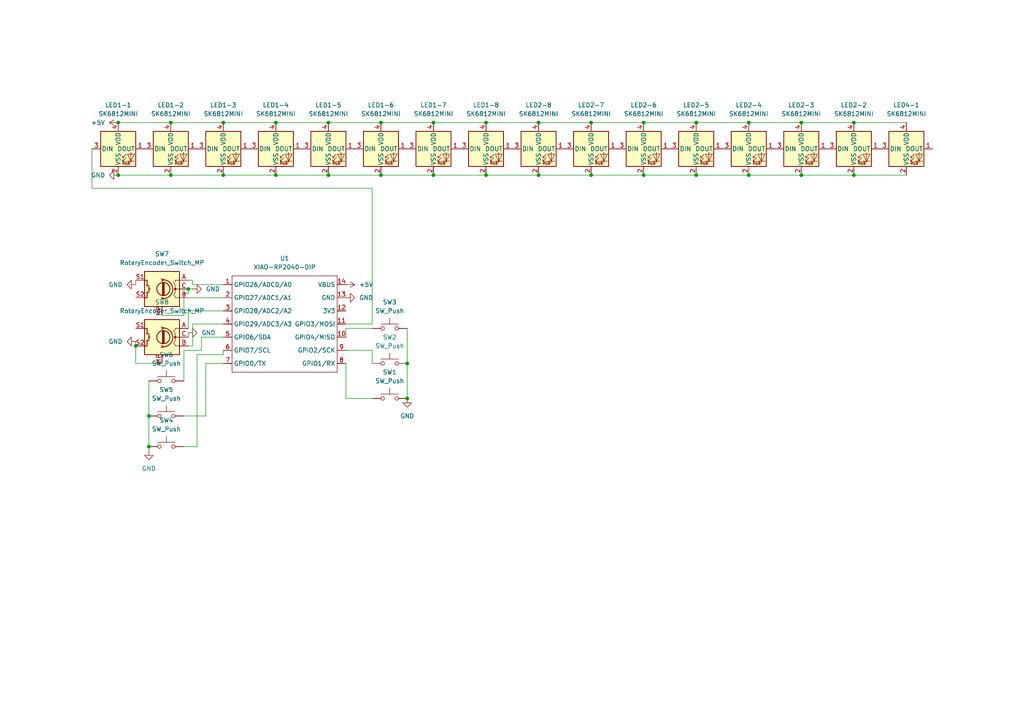
<source format=kicad_sch>
(kicad_sch (version 20250114) (generator "eeschema") (generator_version "9.0")
  (paper "A4")
  (lib_symbols
    (symbol "Device:RotaryEncoder_Switch_MP" (pin_names (offset 0.254) (hide yes))
      (property "Reference" "SW" (at 0 8.89 0))
      (property "Value" "RotaryEncoder_Switch_MP" (at 0 6.35 0))
      (symbol "RotaryEncoder_Switch_MP_0_1"
        (rectangle (start -5.08 5.08) (end 5.08 -5.08) (stroke (width 0.254)) (fill (type background)))
        (polyline (pts (xy -5.08 2.54) (xy -3.81 2.54) (xy -3.81 2.032)))
        (polyline (pts (xy -5.08 0) (xy -3.81 0) (xy -3.81 -1.016) (xy -3.302 -2.032)))
        (polyline (pts (xy -5.08 -2.54) (xy -3.81 -2.54) (xy -3.81 -2.032)))
        (polyline (pts (xy -4.318 0) (xy -3.81 0) (xy -3.81 1.016) (xy -3.302 2.032)))
        (circle (center -3.81 0) (radius 0.254) (fill (type outline)))
        (polyline (pts (xy -0.635 -1.778) (xy -0.635 1.778)) (stroke (width 0.254)))
        (circle (center -0.381 0) (radius 1.905) (stroke (width 0.254)))
        (polyline (pts (xy -0.381 -1.778) (xy -0.381 1.778)) (stroke (width 0.254)))
        (arc (start -0.381 -2.794) (mid -3.0988 -0.0635) (end -0.381 2.667) (stroke (width 0.254)))
        (polyline (pts (xy -0.127 1.778) (xy -0.127 -1.778)) (stroke (width 0.254)))
        (polyline (pts (xy 0.254 2.921) (xy -0.508 2.667) (xy 0.127 2.286)) (stroke (width 0.254)))
        (polyline (pts (xy 0.254 -3.048) (xy -0.508 -2.794) (xy 0.127 -2.413)) (stroke (width 0.254)))
        (polyline (pts (xy 3.81 1.016) (xy 3.81 -1.016)) (stroke (width 0.254)))
        (polyline (pts (xy 3.81 0) (xy 3.429 0)) (stroke (width 0.254)))
        (circle (center 4.318 1.016) (radius 0.127) (stroke (width 0.254)))
        (circle (center 4.318 -1.016) (radius 0.127) (stroke (width 0.254)))
        (polyline (pts (xy 5.08 2.54) (xy 4.318 2.54) (xy 4.318 1.016)) (stroke (width 0.254)))
        (polyline (pts (xy 5.08 -2.54) (xy 4.318 -2.54) (xy 4.318 -1.016)) (stroke (width 0.254)))
      )
      (symbol "RotaryEncoder_Switch_MP_1_1"
        (pin passive line (at -7.62 2.54 0) (length 2.54) (name "A") (number "A"))
        (pin passive line (at -7.62 0 0) (length 2.54) (name "C") (number "C"))
        (pin passive line (at -7.62 -2.54 0) (length 2.54) (name "B") (number "B"))
        (pin passive line (at 0 -7.62 90) (length 2.54) (name "MP") (number "MP"))
        (pin passive line (at 7.62 2.54 180) (length 2.54) (name "S1") (number "S1"))
        (pin passive line (at 7.62 -2.54 180) (length 2.54) (name "S2") (number "S2"))
      )
    )
    (symbol "LED:SK6812MINI" (pin_names (offset 0.254))
      (property "Reference" "D" (at 5.08 5.715 0))
      (property "Value" "SK6812MINI" (at 1.27 -5.715 0))
      (symbol "SK6812MINI_0_0"
        (text "RGB" (at 2.286 -4.191 0) (effects (font (size 0.762 0.762))))
      )
      (symbol "SK6812MINI_0_1"
        (polyline (pts (xy 1.27 -2.54) (xy 1.778 -2.54)))
        (polyline (pts (xy 1.27 -3.556) (xy 1.778 -3.556)))
        (polyline (pts (xy 2.286 -1.524) (xy 1.27 -2.54) (xy 1.27 -2.032)))
        (polyline (pts (xy 2.286 -2.54) (xy 1.27 -3.556) (xy 1.27 -3.048)))
        (polyline (pts (xy 3.683 -1.016) (xy 3.683 -3.556) (xy 3.683 -4.064)))
        (polyline (pts (xy 4.699 -1.524) (xy 2.667 -1.524) (xy 3.683 -3.556) (xy 4.699 -1.524)))
        (polyline (pts (xy 4.699 -3.556) (xy 2.667 -3.556)))
        (rectangle (start 5.08 5.08) (end -5.08 -5.08) (stroke (width 0.254)) (fill (type background)))
      )
      (symbol "SK6812MINI_1_1"
        (pin input line (at -7.62 0 0) (length 2.54) (name "DIN") (number "3"))
        (pin power_in line (at 0 7.62 270) (length 2.54) (name "VDD") (number "4"))
        (pin power_in line (at 0 -7.62 90) (length 2.54) (name "VSS") (number "2"))
        (pin output line (at 7.62 0 180) (length 2.54) (name "DOUT") (number "1"))
      )
    )
    (symbol "Seeed_Studio_XIAO_Series:XIAO-RP2040-DIP"
      (property "Reference" "U" (at 0 0 0))
      (property "Value" "XIAO-RP2040-DIP" (at 5.334 -1.778 0))
      (symbol "XIAO-RP2040-DIP_1_0"
        (polyline (pts (xy -1.27 -2.54) (xy 29.21 -2.54)) (stroke (width 0.1524)))
        (polyline (pts (xy -1.27 -5.08) (xy -2.54 -5.08)) (stroke (width 0.1524)))
        (polyline (pts (xy -1.27 -5.08) (xy -1.27 -2.54)) (stroke (width 0.1524)))
        (polyline (pts (xy -1.27 -8.89) (xy -2.54 -8.89)) (stroke (width 0.1524)))
        (polyline (pts (xy -1.27 -8.89) (xy -1.27 -5.08)) (stroke (width 0.1524)))
        (polyline (pts (xy -1.27 -12.7) (xy -2.54 -12.7)) (stroke (width 0.1524)))
        (polyline (pts (xy -1.27 -12.7) (xy -1.27 -8.89)) (stroke (width 0.1524)))
        (polyline (pts (xy -1.27 -16.51) (xy -2.54 -16.51)) (stroke (width 0.1524)))
        (polyline (pts (xy -1.27 -16.51) (xy -1.27 -12.7)) (stroke (width 0.1524)))
        (polyline (pts (xy -1.27 -20.32) (xy -2.54 -20.32)) (stroke (width 0.1524)))
        (polyline (pts (xy -1.27 -24.13) (xy -2.54 -24.13)) (stroke (width 0.1524)))
        (polyline (pts (xy -1.27 -27.94) (xy -2.54 -27.94)) (stroke (width 0.1524)))
        (polyline (pts (xy -1.27 -30.48) (xy -1.27 -16.51)) (stroke (width 0.1524)))
        (polyline (pts (xy 29.21 -2.54) (xy 29.21 -5.08)) (stroke (width 0.1524)))
        (polyline (pts (xy 29.21 -5.08) (xy 29.21 -8.89)) (stroke (width 0.1524)))
        (polyline (pts (xy 29.21 -8.89) (xy 29.21 -12.7)) (stroke (width 0.1524)))
        (polyline (pts (xy 29.21 -12.7) (xy 29.21 -30.48)) (stroke (width 0.1524)))
        (polyline (pts (xy 29.21 -30.48) (xy -1.27 -30.48)) (stroke (width 0.1524)))
        (polyline (pts (xy 30.48 -5.08) (xy 29.21 -5.08)) (stroke (width 0.1524)))
        (polyline (pts (xy 30.48 -8.89) (xy 29.21 -8.89)) (stroke (width 0.1524)))
        (polyline (pts (xy 30.48 -12.7) (xy 29.21 -12.7)) (stroke (width 0.1524)))
        (polyline (pts (xy 30.48 -16.51) (xy 29.21 -16.51)) (stroke (width 0.1524)))
        (polyline (pts (xy 30.48 -20.32) (xy 29.21 -20.32)) (stroke (width 0.1524)))
        (polyline (pts (xy 30.48 -24.13) (xy 29.21 -24.13)) (stroke (width 0.1524)))
        (polyline (pts (xy 30.48 -27.94) (xy 29.21 -27.94)) (stroke (width 0.1524)))
        (pin passive line (at -3.81 -5.08 0) (length 2.54) (name "GPIO26/ADC0/A0") (number "1"))
        (pin passive line (at -3.81 -8.89 0) (length 2.54) (name "GPIO27/ADC1/A1") (number "2"))
        (pin passive line (at -3.81 -12.7 0) (length 2.54) (name "GPIO28/ADC2/A2") (number "3"))
        (pin passive line (at -3.81 -16.51 0) (length 2.54) (name "GPIO29/ADC3/A3") (number "4"))
        (pin passive line (at -3.81 -20.32 0) (length 2.54) (name "GPIO6/SDA") (number "5"))
        (pin passive line (at -3.81 -24.13 0) (length 2.54) (name "GPIO7/SCL") (number "6"))
        (pin passive line (at -3.81 -27.94 0) (length 2.54) (name "GPIO0/TX") (number "7"))
        (pin passive line (at 31.75 -5.08 180) (length 2.54) (name "VBUS") (number "14"))
        (pin passive line (at 31.75 -8.89 180) (length 2.54) (name "GND") (number "13"))
        (pin passive line (at 31.75 -12.7 180) (length 2.54) (name "3V3") (number "12"))
        (pin passive line (at 31.75 -16.51 180) (length 2.54) (name "GPIO3/MOSI") (number "11"))
        (pin passive line (at 31.75 -20.32 180) (length 2.54) (name "GPIO4/MISO") (number "10"))
        (pin passive line (at 31.75 -24.13 180) (length 2.54) (name "GPIO2/SCK") (number "9"))
        (pin passive line (at 31.75 -27.94 180) (length 2.54) (name "GPIO1/RX") (number "8"))
      )
    )
    (symbol "Switch:SW_Push" (pin_numbers (hide yes)) (pin_names (offset 1.016) (hide yes))
      (property "Reference" "SW" (at 1.27 2.54 0))
      (property "Value" "SW_Push" (at 0 -1.524 0))
      (symbol "SW_Push_0_1"
        (circle (center -2.032 0) (radius 0.508))
        (polyline (pts (xy 0 1.27) (xy 0 3.048)))
        (circle (center 2.032 0) (radius 0.508))
        (polyline (pts (xy 2.54 1.27) (xy -2.54 1.27)))
        (pin passive line (at -5.08 0 0) (length 2.54) (name "1") (number "1"))
        (pin passive line (at 5.08 0 180) (length 2.54) (name "2") (number "2"))
      )
    )
    (symbol "power:+5V" (power) (pin_numbers (hide yes)) (pin_names (offset 0) (hide yes))
      (property "Value" "+5V" (at 0 3.556 0))
      (symbol "+5V_0_1"
        (polyline (pts (xy -0.762 1.27) (xy 0 2.54)))
        (polyline (pts (xy 0 2.54) (xy 0.762 1.27)))
        (polyline (pts (xy 0 0) (xy 0 2.54)))
      )
      (symbol "+5V_1_1"
        (pin power_in line (at 0 0 90) (length 0) (name "~") (number "1"))
      )
    )
    (symbol "power:GND" (power) (pin_numbers (hide yes)) (pin_names (offset 0) (hide yes))
      (property "Value" "GND" (at 0 -3.81 0))
      (symbol "GND_0_1"
        (polyline (pts (xy 0 0) (xy 0 -1.27) (xy 1.27 -1.27) (xy 0 -2.54) (xy -1.27 -1.27) (xy 0 -1.27)))
      )
      (symbol "GND_1_1"
        (pin power_in line (at 0 0 270) (length 0) (name "~") (number "1"))
      )
    )
  )
  (junction (at 49.53 50.8))
  (junction (at 186.69 50.8))
  (junction (at 232.41 50.8))
  (junction (at 201.93 35.56))
  (junction (at 171.45 35.56))
  (junction (at 39.37 100.33))
  (junction (at 247.65 50.8))
  (junction (at 43.18 129.54))
  (junction (at 43.18 120.65))
  (junction (at 54.61 83.82))
  (junction (at 95.25 35.56))
  (junction (at 125.73 50.8))
  (junction (at 217.17 35.56))
  (junction (at 232.41 35.56))
  (junction (at 95.25 50.8))
  (junction (at 34.29 50.8))
  (junction (at 118.11 115.57))
  (junction (at 247.65 35.56))
  (junction (at 186.69 35.56))
  (junction (at 140.97 35.56))
  (junction (at 156.21 35.56))
  (junction (at 80.01 35.56))
  (junction (at 118.11 105.41))
  (junction (at 201.93 50.8))
  (junction (at 64.77 50.8))
  (junction (at 217.17 50.8))
  (junction (at 140.97 50.8))
  (junction (at 34.29 35.56))
  (junction (at 125.73 35.56))
  (junction (at 156.21 50.8))
  (junction (at 49.53 35.56))
  (junction (at 110.49 50.8))
  (junction (at 80.01 50.8))
  (junction (at 171.45 50.8))
  (junction (at 64.77 35.56))
  (junction (at 110.49 35.56))
  (wire (pts (xy 186.69 50.8) (xy 201.93 50.8)))
  (wire (pts (xy 125.73 50.8) (xy 140.97 50.8)))
  (wire (pts (xy 107.95 54.61) (xy 107.95 93.98)))
  (wire (pts (xy 100.33 115.57) (xy 100.33 105.41)))
  (wire (pts (xy 54.61 100.33) (xy 55.88 100.33)))
  (wire (pts (xy 232.41 35.56) (xy 247.65 35.56)))
  (wire (pts (xy 26.67 54.61) (xy 26.67 43.18)))
  (wire (pts (xy 64.77 35.56) (xy 80.01 35.56)))
  (wire (pts (xy 118.11 95.25) (xy 118.11 105.41)))
  (wire (pts (xy 110.49 35.56) (xy 125.73 35.56)))
  (wire (pts (xy 54.61 95.25) (xy 54.61 90.17)))
  (wire (pts (xy 43.18 129.54) (xy 43.18 130.81)))
  (wire (pts (xy 54.61 83.82) (xy 54.61 85.09)))
  (wire (pts (xy 53.34 120.65) (xy 59.69 120.65)))
  (wire (pts (xy 107.95 105.41) (xy 107.95 101.6)))
  (wire (pts (xy 55.88 81.28) (xy 55.88 82.55)))
  (wire (pts (xy 156.21 35.56) (xy 171.45 35.56)))
  (wire (pts (xy 247.65 50.8) (xy 262.89 50.8)))
  (wire (pts (xy 64.77 102.87) (xy 64.77 101.6)))
  (wire (pts (xy 125.73 35.56) (xy 140.97 35.56)))
  (wire (pts (xy 64.77 50.8) (xy 80.01 50.8)))
  (wire (pts (xy 57.15 102.87) (xy 64.77 102.87)))
  (wire (pts (xy 58.42 101.6) (xy 58.42 97.79)))
  (wire (pts (xy 39.37 105.41) (xy 39.37 100.33)))
  (wire (pts (xy 171.45 50.8) (xy 186.69 50.8)))
  (wire (pts (xy 59.69 120.65) (xy 59.69 105.41)))
  (wire (pts (xy 95.25 50.8) (xy 110.49 50.8)))
  (wire (pts (xy 201.93 35.56) (xy 217.17 35.56)))
  (wire (pts (xy 186.69 35.56) (xy 201.93 35.56)))
  (wire (pts (xy 217.17 50.8) (xy 232.41 50.8)))
  (wire (pts (xy 49.53 50.8) (xy 64.77 50.8)))
  (wire (pts (xy 110.49 50.8) (xy 125.73 50.8)))
  (wire (pts (xy 247.65 35.56) (xy 262.89 35.56)))
  (wire (pts (xy 118.11 105.41) (xy 118.11 115.57)))
  (wire (pts (xy 140.97 35.56) (xy 156.21 35.56)))
  (wire (pts (xy 39.37 81.28) (xy 39.37 82.55)))
  (wire (pts (xy 54.61 90.17) (xy 64.77 90.17)))
  (wire (pts (xy 107.95 101.6) (xy 100.33 101.6)))
  (wire (pts (xy 80.01 50.8) (xy 95.25 50.8)))
  (wire (pts (xy 201.93 50.8) (xy 217.17 50.8)))
  (wire (pts (xy 49.53 35.56) (xy 64.77 35.56)))
  (wire (pts (xy 58.42 97.79) (xy 64.77 97.79)))
  (wire (pts (xy 217.17 35.56) (xy 232.41 35.56)))
  (wire (pts (xy 39.37 100.33) (xy 39.37 99.06)))
  (wire (pts (xy 156.21 50.8) (xy 171.45 50.8)))
  (wire (pts (xy 53.34 101.6) (xy 58.42 101.6)))
  (wire (pts (xy 53.34 110.49) (xy 53.34 101.6)))
  (wire (pts (xy 53.34 91.44) (xy 53.34 85.09)))
  (wire (pts (xy 100.33 95.25) (xy 100.33 97.79)))
  (wire (pts (xy 34.29 50.8) (xy 49.53 50.8)))
  (wire (pts (xy 26.67 54.61) (xy 107.95 54.61)))
  (wire (pts (xy 43.18 110.49) (xy 43.18 120.65)))
  (wire (pts (xy 171.45 35.56) (xy 186.69 35.56)))
  (wire (pts (xy 34.29 35.56) (xy 49.53 35.56)))
  (wire (pts (xy 107.95 95.25) (xy 100.33 95.25)))
  (wire (pts (xy 232.41 50.8) (xy 247.65 50.8)))
  (wire (pts (xy 53.34 129.54) (xy 57.15 129.54)))
  (wire (pts (xy 54.61 86.36) (xy 64.77 86.36)))
  (wire (pts (xy 140.97 50.8) (xy 156.21 50.8)))
  (wire (pts (xy 100.33 93.98) (xy 107.95 93.98)))
  (wire (pts (xy 43.18 129.54) (xy 43.18 120.65)))
  (wire (pts (xy 46.99 91.44) (xy 53.34 91.44)))
  (wire (pts (xy 54.61 97.79) (xy 54.61 96.52)))
  (wire (pts (xy 80.01 35.56) (xy 95.25 35.56)))
  (wire (pts (xy 46.99 105.41) (xy 39.37 105.41)))
  (wire (pts (xy 54.61 83.82) (xy 55.88 83.82)))
  (wire (pts (xy 55.88 82.55) (xy 64.77 82.55)))
  (wire (pts (xy 54.61 81.28) (xy 55.88 81.28)))
  (wire (pts (xy 53.34 85.09) (xy 54.61 85.09)))
  (wire (pts (xy 107.95 115.57) (xy 100.33 115.57)))
  (wire (pts (xy 55.88 100.33) (xy 55.88 93.98)))
  (wire (pts (xy 95.25 35.56) (xy 110.49 35.56)))
  (wire (pts (xy 57.15 129.54) (xy 57.15 102.87)))
  (wire (pts (xy 59.69 105.41) (xy 64.77 105.41)))
  (wire (pts (xy 55.88 93.98) (xy 64.77 93.98)))
  (symbol (lib_id "power:GND") (at 54.61 96.52 90) (unit 1)
    (property "Reference" "#PWR03" (effects (hide yes)))
    (property "Value" "GND" (at 58.42 96.5199 90) (effects (justify right)))
    (property "Description" "Power symbol creates a global label with name \"GND\" , ground" (effects (hide yes)))
  )
  (symbol (lib_id "Switch:SW_Push") (at 48.26 129.54 0) (mirror y) (unit 1)
    (property "Reference" "SW4" (at 48.26 121.92 0))
    (property "Value" "SW_Push" (at 48.26 124.46 0))
    (property "Footprint" "Button_Switch_Keyboard:SW_Cherry_MX_1.00u_PCB" (effects (hide yes)))
    (property "Description" "Push button switch, generic, two pins" (effects (hide yes)))
  )
  (symbol (lib_id "Switch:SW_Push") (at 113.03 105.41 0) (unit 1)
    (property "Reference" "SW2" (at 113.03 97.79 0))
    (property "Value" "SW_Push" (at 113.03 100.33 0))
    (property "Footprint" "Button_Switch_Keyboard:SW_Cherry_MX_1.00u_PCB" (effects (hide yes)))
    (property "Description" "Push button switch, generic, two pins" (effects (hide yes)))
  )
  (symbol (lib_id "Seeed_Studio_XIAO_Series:XIAO-RP2040-DIP") (at 68.58 77.47 0) (unit 1)
    (property "Reference" "U1" (at 82.55 74.93 0))
    (property "Value" "XIAO-RP2040-DIP" (at 82.55 77.47 0))
    (property "Footprint" "Seeed Studio XIAO Series Library:XIAO-RP2040-DIP" (effects (hide yes)))
  )
  (symbol (lib_id "Device:RotaryEncoder_Switch_MP") (at 46.99 97.79 0) (mirror y) (unit 1)
    (property "Reference" "SW8" (at 46.99 87.63 0))
    (property "Value" "RotaryEncoder_Switch_MP" (at 46.99 90.17 0))
    (property "Footprint" "Rotary_Encoder:RotaryEncoder_Alps_EC11E-Switch_Vertical_H20mm" (effects (hide yes)))
    (property "Description" "Rotary encoder, dual channel, incremental quadrate outputs, with switch and MP Pin" (effects (hide yes)))
  )
  (symbol (lib_id "power:GND") (at 100.33 86.36 90) (unit 1)
    (property "Reference" "#PWR04" (effects (hide yes)))
    (property "Value" "GND" (at 104.14 86.3599 90) (effects (justify right)))
    (property "Description" "Power symbol creates a global label with name \"GND\" , ground" (effects (hide yes)))
  )
  (symbol (lib_id "Switch:SW_Push") (at 113.03 115.57 0) (unit 1)
    (property "Reference" "SW1" (at 113.03 107.95 0))
    (property "Value" "SW_Push" (at 113.03 110.49 0))
    (property "Footprint" "Button_Switch_Keyboard:SW_Cherry_MX_1.00u_PCB" (effects (hide yes)))
    (property "Description" "Push button switch, generic, two pins" (effects (hide yes)))
  )
  (symbol (lib_id "LED:SK6812MINI") (at 262.89 43.18 0) (unit 1)
    (property "Reference" "LED4-1" (at 262.89 30.48 0))
    (property "Value" "SK6812MINI" (at 262.89 33.02 0))
    (property "Footprint" "LED_SMD:LED_SK6812MINI_PLCC4_3.5x3.5mm_P1.75mm" (effects (hide yes)))
    (property "Datasheet" "https://cdn-shop.adafruit.com/product-files/2686/SK6812MINI_REV.01-1-2.pdf" (effects (hide yes)))
    (property "Description" "RGB LED with integrated controller" (effects (hide yes)))
  )
  (symbol (lib_id "LED:SK6812MINI") (at 125.73 43.18 0) (unit 1)
    (property "Reference" "LED1-7" (at 125.73 30.48 0))
    (property "Value" "SK6812MINI" (at 125.73 33.02 0))
    (property "Footprint" "LED_SMD:LED_SK6812MINI_PLCC4_3.5x3.5mm_P1.75mm" (effects (hide yes)))
    (property "Datasheet" "https://cdn-shop.adafruit.com/product-files/2686/SK6812MINI_REV.01-1-2.pdf" (effects (hide yes)))
    (property "Description" "RGB LED with integrated controller" (effects (hide yes)))
  )
  (symbol (lib_id "LED:SK6812MINI") (at 217.17 43.18 0) (unit 1)
    (property "Reference" "LED2-4" (at 217.17 30.48 0))
    (property "Value" "SK6812MINI" (at 217.17 33.02 0))
    (property "Footprint" "LED_SMD:LED_SK6812MINI_PLCC4_3.5x3.5mm_P1.75mm" (effects (hide yes)))
    (property "Datasheet" "https://cdn-shop.adafruit.com/product-files/2686/SK6812MINI_REV.01-1-2.pdf" (effects (hide yes)))
    (property "Description" "RGB LED with integrated controller" (effects (hide yes)))
  )
  (symbol (lib_id "LED:SK6812MINI") (at 110.49 43.18 0) (unit 1)
    (property "Reference" "LED1-6" (at 110.49 30.48 0))
    (property "Value" "SK6812MINI" (at 110.49 33.02 0))
    (property "Footprint" "LED_SMD:LED_SK6812MINI_PLCC4_3.5x3.5mm_P1.75mm" (effects (hide yes)))
    (property "Datasheet" "https://cdn-shop.adafruit.com/product-files/2686/SK6812MINI_REV.01-1-2.pdf" (effects (hide yes)))
    (property "Description" "RGB LED with integrated controller" (effects (hide yes)))
  )
  (symbol (lib_id "LED:SK6812MINI") (at 64.77 43.18 0) (unit 1)
    (property "Reference" "LED1-3" (at 64.77 30.48 0))
    (property "Value" "SK6812MINI" (at 64.77 33.02 0))
    (property "Footprint" "LED_SMD:LED_SK6812MINI_PLCC4_3.5x3.5mm_P1.75mm" (effects (hide yes)))
    (property "Datasheet" "https://cdn-shop.adafruit.com/product-files/2686/SK6812MINI_REV.01-1-2.pdf" (effects (hide yes)))
    (property "Description" "RGB LED with integrated controller" (effects (hide yes)))
  )
  (symbol (lib_id "LED:SK6812MINI") (at 49.53 43.18 0) (unit 1)
    (property "Reference" "LED1-2" (at 49.53 30.48 0))
    (property "Value" "SK6812MINI" (at 49.53 33.02 0))
    (property "Footprint" "LED_SMD:LED_SK6812MINI_PLCC4_3.5x3.5mm_P1.75mm" (effects (hide yes)))
    (property "Datasheet" "https://cdn-shop.adafruit.com/product-files/2686/SK6812MINI_REV.01-1-2.pdf" (effects (hide yes)))
    (property "Description" "RGB LED with integrated controller" (effects (hide yes)))
  )
  (symbol (lib_id "LED:SK6812MINI") (at 80.01 43.18 0) (unit 1)
    (property "Reference" "LED1-4" (at 80.01 30.48 0))
    (property "Value" "SK6812MINI" (at 80.01 33.02 0))
    (property "Footprint" "LED_SMD:LED_SK6812MINI_PLCC4_3.5x3.5mm_P1.75mm" (effects (hide yes)))
    (property "Datasheet" "https://cdn-shop.adafruit.com/product-files/2686/SK6812MINI_REV.01-1-2.pdf" (effects (hide yes)))
    (property "Description" "RGB LED with integrated controller" (effects (hide yes)))
  )
  (symbol (lib_id "LED:SK6812MINI") (at 34.29 43.18 0) (unit 1)
    (property "Reference" "LED1-1" (at 34.29 30.48 0))
    (property "Value" "SK6812MINI" (at 34.29 33.02 0))
    (property "Footprint" "LED_SMD:LED_SK6812MINI_PLCC4_3.5x3.5mm_P1.75mm" (effects (hide yes)))
    (property "Datasheet" "https://cdn-shop.adafruit.com/product-files/2686/SK6812MINI_REV.01-1-2.pdf" (effects (hide yes)))
    (property "Description" "RGB LED with integrated controller" (effects (hide yes)))
  )
  (symbol (lib_id "Switch:SW_Push") (at 113.03 95.25 0) (unit 1)
    (property "Reference" "SW3" (at 113.03 87.63 0))
    (property "Value" "SW_Push" (at 113.03 90.17 0))
    (property "Footprint" "Button_Switch_Keyboard:SW_Cherry_MX_1.00u_PCB" (effects (hide yes)))
    (property "Description" "Push button switch, generic, two pins" (effects (hide yes)))
  )
  (symbol (lib_id "power:GND") (at 43.18 130.81 0) (unit 1)
    (property "Reference" "#PWR010" (effects (hide yes)))
    (property "Value" "GND" (at 43.18 135.89 0))
    (property "Description" "Power symbol creates a global label with name \"GND\" , ground" (effects (hide yes)))
  )
  (symbol (lib_id "LED:SK6812MINI") (at 95.25 43.18 0) (unit 1)
    (property "Reference" "LED1-5" (at 95.25 30.48 0))
    (property "Value" "SK6812MINI" (at 95.25 33.02 0))
    (property "Footprint" "LED_SMD:LED_SK6812MINI_PLCC4_3.5x3.5mm_P1.75mm" (effects (hide yes)))
    (property "Datasheet" "https://cdn-shop.adafruit.com/product-files/2686/SK6812MINI_REV.01-1-2.pdf" (effects (hide yes)))
    (property "Description" "RGB LED with integrated controller" (effects (hide yes)))
  )
  (symbol (lib_id "power:GND") (at 55.88 83.82 90) (unit 1)
    (property "Reference" "#PWR05" (effects (hide yes)))
    (property "Value" "GND" (at 59.69 83.8199 90) (effects (justify right)))
    (property "Description" "Power symbol creates a global label with name \"GND\" , ground" (effects (hide yes)))
  )
  (symbol (lib_id "LED:SK6812MINI") (at 247.65 43.18 0) (unit 1)
    (property "Reference" "LED2-2" (at 247.65 30.48 0))
    (property "Value" "SK6812MINI" (at 247.65 33.02 0))
    (property "Footprint" "LED_SMD:LED_SK6812MINI_PLCC4_3.5x3.5mm_P1.75mm" (effects (hide yes)))
    (property "Datasheet" "https://cdn-shop.adafruit.com/product-files/2686/SK6812MINI_REV.01-1-2.pdf" (effects (hide yes)))
    (property "Description" "RGB LED with integrated controller" (effects (hide yes)))
  )
  (symbol (lib_id "power:GND") (at 39.37 99.06 270) (unit 1)
    (property "Reference" "#PWR08" (effects (hide yes)))
    (property "Value" "GND" (at 35.56 99.0599 90) (effects (justify right)))
    (property "Description" "Power symbol creates a global label with name \"GND\" , ground" (effects (hide yes)))
  )
  (symbol (lib_id "LED:SK6812MINI") (at 156.21 43.18 0) (unit 1)
    (property "Reference" "LED2-8" (at 156.21 30.48 0))
    (property "Value" "SK6812MINI" (at 156.21 33.02 0))
    (property "Footprint" "LED_SMD:LED_SK6812MINI_PLCC4_3.5x3.5mm_P1.75mm" (effects (hide yes)))
    (property "Datasheet" "https://cdn-shop.adafruit.com/product-files/2686/SK6812MINI_REV.01-1-2.pdf" (effects (hide yes)))
    (property "Description" "RGB LED with integrated controller" (effects (hide yes)))
  )
  (symbol (lib_id "LED:SK6812MINI") (at 201.93 43.18 0) (unit 1)
    (property "Reference" "LED2-5" (at 201.93 30.48 0))
    (property "Value" "SK6812MINI" (at 201.93 33.02 0))
    (property "Footprint" "LED_SMD:LED_SK6812MINI_PLCC4_3.5x3.5mm_P1.75mm" (effects (hide yes)))
    (property "Datasheet" "https://cdn-shop.adafruit.com/product-files/2686/SK6812MINI_REV.01-1-2.pdf" (effects (hide yes)))
    (property "Description" "RGB LED with integrated controller" (effects (hide yes)))
  )
  (symbol (lib_id "LED:SK6812MINI") (at 232.41 43.18 0) (unit 1)
    (property "Reference" "LED2-3" (at 232.41 30.48 0))
    (property "Value" "SK6812MINI" (at 232.41 33.02 0))
    (property "Footprint" "LED_SMD:LED_SK6812MINI_PLCC4_3.5x3.5mm_P1.75mm" (effects (hide yes)))
    (property "Datasheet" "https://cdn-shop.adafruit.com/product-files/2686/SK6812MINI_REV.01-1-2.pdf" (effects (hide yes)))
    (property "Description" "RGB LED with integrated controller" (effects (hide yes)))
  )
  (symbol (lib_id "power:GND") (at 34.29 50.8 270) (unit 1)
    (property "Reference" "#PWR02" (effects (hide yes)))
    (property "Value" "GND" (at 30.48 50.7999 90) (effects (justify right)))
    (property "Description" "Power symbol creates a global label with name \"GND\" , ground" (effects (hide yes)))
  )
  (symbol (lib_id "LED:SK6812MINI") (at 171.45 43.18 0) (unit 1)
    (property "Reference" "LED2-7" (at 171.45 30.48 0))
    (property "Value" "SK6812MINI" (at 171.45 33.02 0))
    (property "Footprint" "LED_SMD:LED_SK6812MINI_PLCC4_3.5x3.5mm_P1.75mm" (effects (hide yes)))
    (property "Datasheet" "https://cdn-shop.adafruit.com/product-files/2686/SK6812MINI_REV.01-1-2.pdf" (effects (hide yes)))
    (property "Description" "RGB LED with integrated controller" (effects (hide yes)))
  )
  (symbol (lib_id "Switch:SW_Push") (at 48.26 110.49 0) (mirror y) (unit 1)
    (property "Reference" "SW6" (at 48.26 102.87 0))
    (property "Value" "SW_Push" (at 48.26 105.41 0))
    (property "Footprint" "Button_Switch_Keyboard:SW_Cherry_MX_1.00u_PCB" (effects (hide yes)))
    (property "Description" "Push button switch, generic, two pins" (effects (hide yes)))
  )
  (symbol (lib_id "power:+5V") (at 100.33 82.55 270) (unit 1)
    (property "Reference" "#PWR07" (effects (hide yes)))
    (property "Value" "+5V" (at 104.14 82.5499 90) (effects (justify left)))
    (property "Description" "Power symbol creates a global label with name \"+5V\"" (effects (hide yes)))
  )
  (symbol (lib_id "LED:SK6812MINI") (at 186.69 43.18 0) (unit 1)
    (property "Reference" "LED2-6" (at 186.69 30.48 0))
    (property "Value" "SK6812MINI" (at 186.69 33.02 0))
    (property "Footprint" "LED_SMD:LED_SK6812MINI_PLCC4_3.5x3.5mm_P1.75mm" (effects (hide yes)))
    (property "Datasheet" "https://cdn-shop.adafruit.com/product-files/2686/SK6812MINI_REV.01-1-2.pdf" (effects (hide yes)))
    (property "Description" "RGB LED with integrated controller" (effects (hide yes)))
  )
  (symbol (lib_id "power:+5V") (at 34.29 35.56 90) (unit 1)
    (property "Reference" "#PWR01" (effects (hide yes)))
    (property "Value" "+5V" (at 30.48 35.5599 90) (effects (justify left)))
    (property "Description" "Power symbol creates a global label with name \"+5V\"" (effects (hide yes)))
  )
  (symbol (lib_id "Switch:SW_Push") (at 48.26 120.65 0) (mirror y) (unit 1)
    (property "Reference" "SW5" (at 48.26 113.03 0))
    (property "Value" "SW_Push" (at 48.26 115.57 0))
    (property "Footprint" "Button_Switch_Keyboard:SW_Cherry_MX_1.00u_PCB" (effects (hide yes)))
    (property "Description" "Push button switch, generic, two pins" (effects (hide yes)))
  )
  (symbol (lib_id "Device:RotaryEncoder_Switch_MP") (at 46.99 83.82 0) (mirror y) (unit 1)
    (property "Reference" "SW7" (at 46.99 73.66 0))
    (property "Value" "RotaryEncoder_Switch_MP" (at 46.99 76.2 0))
    (property "Footprint" "Rotary_Encoder:RotaryEncoder_Alps_EC11E-Switch_Vertical_H20mm" (effects (hide yes)))
    (property "Description" "Rotary encoder, dual channel, incremental quadrate outputs, with switch and MP Pin" (effects (hide yes)))
  )
  (symbol (lib_id "power:GND") (at 39.37 82.55 270) (unit 1)
    (property "Reference" "#PWR09" (effects (hide yes)))
    (property "Value" "GND" (at 35.56 82.5499 90) (effects (justify right)))
    (property "Description" "Power symbol creates a global label with name \"GND\" , ground" (effects (hide yes)))
  )
  (symbol (lib_id "LED:SK6812MINI") (at 140.97 43.18 0) (unit 1)
    (property "Reference" "LED1-8" (at 140.97 30.48 0))
    (property "Value" "SK6812MINI" (at 140.97 33.02 0))
    (property "Footprint" "LED_SMD:LED_SK6812MINI_PLCC4_3.5x3.5mm_P1.75mm" (effects (hide yes)))
    (property "Datasheet" "https://cdn-shop.adafruit.com/product-files/2686/SK6812MINI_REV.01-1-2.pdf" (effects (hide yes)))
    (property "Description" "RGB LED with integrated controller" (effects (hide yes)))
  )
  (symbol (lib_id "power:GND") (at 118.11 115.57 0) (unit 1)
    (property "Reference" "#PWR06" (effects (hide yes)))
    (property "Value" "GND" (at 118.11 120.65 0))
    (property "Description" "Power symbol creates a global label with name \"GND\" , ground" (effects (hide yes)))
  )
)
</source>
